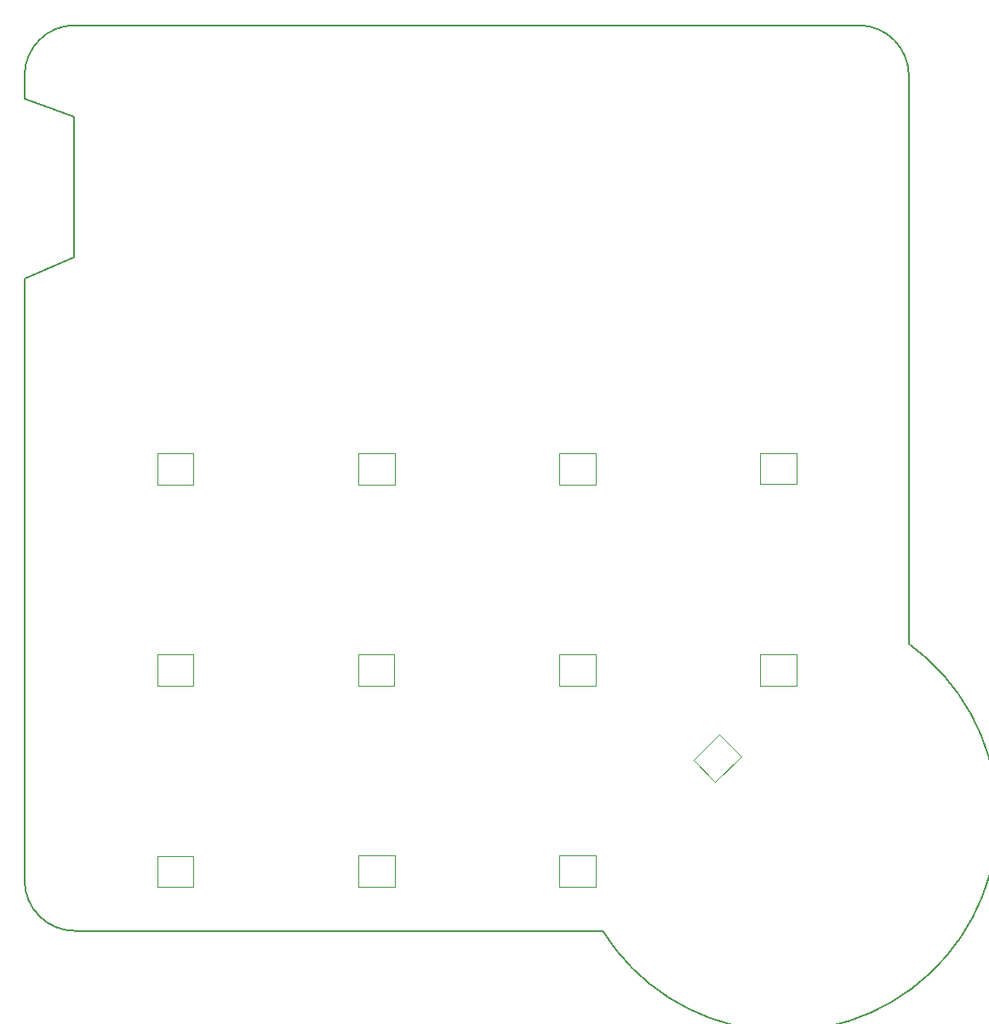
<source format=gbr>
%TF.GenerationSoftware,KiCad,Pcbnew,5.1.7-a382d34a8~88~ubuntu20.04.1*%
%TF.CreationDate,2021-03-20T14:16:57+01:00*%
%TF.ProjectId,WiFiDuck32,57694669-4475-4636-9b33-322e6b696361,2*%
%TF.SameCoordinates,Original*%
%TF.FileFunction,Profile,NP*%
%FSLAX46Y46*%
G04 Gerber Fmt 4.6, Leading zero omitted, Abs format (unit mm)*
G04 Created by KiCad (PCBNEW 5.1.7-a382d34a8~88~ubuntu20.04.1) date 2021-03-20 14:16:57*
%MOMM*%
%LPD*%
G01*
G04 APERTURE LIST*
%TA.AperFunction,Profile*%
%ADD10C,0.200000*%
%TD*%
%TA.AperFunction,Profile*%
%ADD11C,0.120000*%
%TD*%
G04 APERTURE END LIST*
D10*
X22000000Y-27305000D02*
X22000000Y-25000000D01*
X26924000Y-43053000D02*
X22000000Y-45212000D01*
X26924000Y-29083000D02*
X26924000Y-43053000D01*
X26924000Y-29083000D02*
X22000000Y-27305000D01*
X110000016Y-81499937D02*
G75*
G02*
X79499877Y-109999851I-12478016J-17216563D01*
G01*
X110000000Y-48590000D02*
X110000000Y-81500000D01*
X104965500Y-20002500D02*
G75*
G02*
X109965500Y-25002500I0J-5000000D01*
G01*
X109965500Y-25002500D02*
X110000000Y-48590000D01*
X104965500Y-20002500D02*
X27000000Y-20000000D01*
X22000000Y-25000000D02*
G75*
G02*
X27000000Y-20000000I5000000J0D01*
G01*
X22000000Y-105000000D02*
X22000000Y-45212000D01*
X27000000Y-110000000D02*
G75*
G02*
X22000000Y-105000000I0J5000000D01*
G01*
X79500000Y-110000000D02*
X27000000Y-110000000D01*
D11*
%TO.C,LED1*%
X38811800Y-65638200D02*
X35211800Y-65638200D01*
X38811800Y-62538200D02*
X38811800Y-65638200D01*
X35211800Y-62538200D02*
X38811800Y-62538200D01*
X35211800Y-65638200D02*
X35211800Y-62538200D01*
%TO.C,LED2*%
X55223000Y-65638200D02*
X55223000Y-62538200D01*
X55223000Y-62538200D02*
X58823000Y-62538200D01*
X58823000Y-62538200D02*
X58823000Y-65638200D01*
X58823000Y-65638200D02*
X55223000Y-65638200D01*
%TO.C,LED3*%
X78808800Y-65638200D02*
X75208800Y-65638200D01*
X78808800Y-62538200D02*
X78808800Y-65638200D01*
X75208800Y-62538200D02*
X78808800Y-62538200D01*
X75208800Y-65638200D02*
X75208800Y-62538200D01*
%TO.C,LED4*%
X95194600Y-65612800D02*
X95194600Y-62512800D01*
X95194600Y-62512800D02*
X98794600Y-62512800D01*
X98794600Y-62512800D02*
X98794600Y-65612800D01*
X98794600Y-65612800D02*
X95194600Y-65612800D01*
%TO.C,LED5*%
X95181900Y-82524000D02*
X98781900Y-82524000D01*
X95181900Y-85624000D02*
X95181900Y-82524000D01*
X98781900Y-85624000D02*
X95181900Y-85624000D01*
X98781900Y-82524000D02*
X98781900Y-85624000D01*
%TO.C,LED6*%
X78783400Y-82524000D02*
X78783400Y-85624000D01*
X78783400Y-85624000D02*
X75183400Y-85624000D01*
X75183400Y-85624000D02*
X75183400Y-82524000D01*
X75183400Y-82524000D02*
X78783400Y-82524000D01*
%TO.C,LED7*%
X55197600Y-82524000D02*
X58797600Y-82524000D01*
X55197600Y-85624000D02*
X55197600Y-82524000D01*
X58797600Y-85624000D02*
X55197600Y-85624000D01*
X58797600Y-82524000D02*
X58797600Y-85624000D01*
%TO.C,LED8*%
X38811800Y-82511300D02*
X38811800Y-85611300D01*
X38811800Y-85611300D02*
X35211800Y-85611300D01*
X35211800Y-85611300D02*
X35211800Y-82511300D01*
X35211800Y-82511300D02*
X38811800Y-82511300D01*
%TO.C,LED9*%
X38786400Y-105647900D02*
X35186400Y-105647900D01*
X38786400Y-102547900D02*
X38786400Y-105647900D01*
X35186400Y-102547900D02*
X38786400Y-102547900D01*
X35186400Y-105647900D02*
X35186400Y-102547900D01*
%TO.C,LED10*%
X55210300Y-105635200D02*
X55210300Y-102535200D01*
X55210300Y-102535200D02*
X58810300Y-102535200D01*
X58810300Y-102535200D02*
X58810300Y-105635200D01*
X58810300Y-105635200D02*
X55210300Y-105635200D01*
%TO.C,LED11*%
X78783400Y-105635200D02*
X75183400Y-105635200D01*
X78783400Y-102535200D02*
X78783400Y-105635200D01*
X75183400Y-102535200D02*
X78783400Y-102535200D01*
X75183400Y-105635200D02*
X75183400Y-102535200D01*
%TO.C,LED12*%
X93260309Y-92665224D02*
X90714724Y-95210809D01*
X91068278Y-90473193D02*
X93260309Y-92665224D01*
X88522693Y-93018778D02*
X91068278Y-90473193D01*
X90714724Y-95210809D02*
X88522693Y-93018778D01*
%TD*%
M02*

</source>
